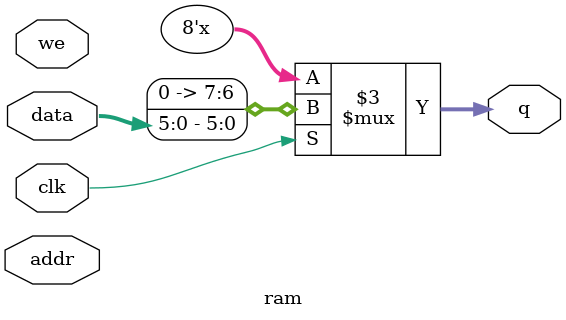
<source format=v>
module ram #(
    parameter ADDR_WIDTH=6,
    parameter DATA_WIDTH=8
) (
    input [DATA_WIDTH-1:0] data,
    input [ADDR_WIDTH-1:0] addr,
    input we, clk,
    output [7:0] q
);
reg [DATA_WIDTH-1:0] ram[2**ADDR_WIDTH-1:0];
// when we is high, write data to ram at address addr
// assign the ram value at address addr to q
always @(we)
    if (clk == 1)
        q <= data[ADDR_WIDTH-1:0];
endmodule

</source>
